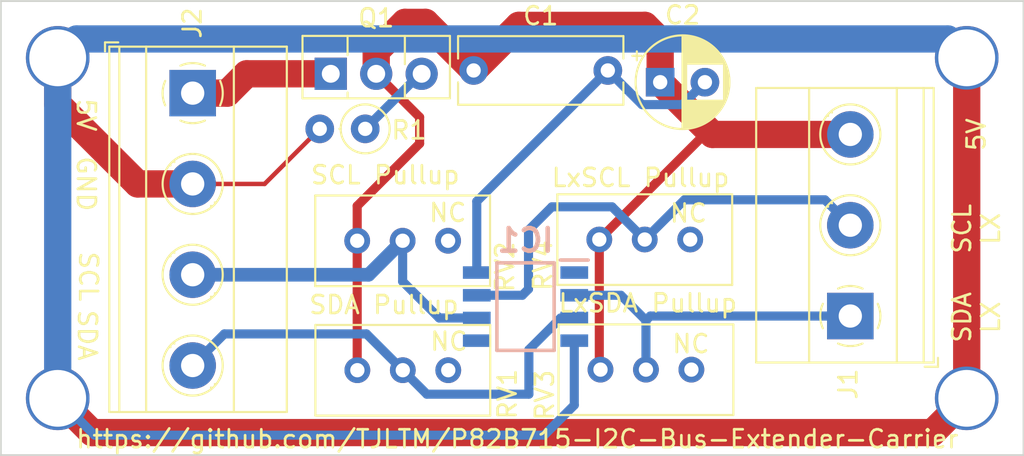
<source format=kicad_pcb>
(kicad_pcb (version 20211014) (generator pcbnew)
  (layers (0 "F.Cu" signal) (31 "B.Cu" signal) (34 "B.Paste" user) (35 "F.Paste" user) (36 "B.SilkS" user "B.Silkscreen") (37 "F.SilkS" user "F.Silkscreen") (38 "B.Mask" user) (39 "F.Mask" user) (44 "Edge.Cuts" user))
  (net 0 "")
  (net 1 "+5V")
  (net 2 "Net-(C1-Pad2)")
  (net 4 "BufferedSDA")
  (net 5 "SDA")
  (net 6 "GND")
  (net 8 "SCL")
  (net 9 "BufferedSCL")
  (net 10 "Net-(J2-Pad1)")
  (net 11 "Net-(Q1-Pad3)")
  (footprint "Resistor_THT:R_Axial_DIN0207_L6.3mm_D2.5mm_P2.54mm_Vertical" (layer "F.Cu") (at 121.959428 83.348321 180)
    (fp_text reference "R1" (at -2.451714 -0.074977) (layer "F.SilkS"))
    (fp_text value "4.7K")
    (fp_line (start 1.37 0) (end 1.44 0) (layer "F.SilkS") (width 0.12))
    (fp_circle (center 0 0) (end 1.37 0) (layer "F.SilkS") (width 0.12) (fill none))
    (pad "1" thru_hole circle locked (at 0 0 180) (size 1.6 1.6) (drill 0.8) (layers *.Cu *.Mask) (net 11 "Net-(Q1-Pad3)"))
    (pad "2" thru_hole oval locked (at 2.54 0 180) (size 1.6 1.6) (drill 0.8) (layers *.Cu *.Mask) (net 6 "GND"))
  )
  (footprint "TerminalBlock_Phoenix:TerminalBlock_Phoenix_MKDS-1,5-3-5.08_1x03_P5.08mm_Horizontal" (layer "F.Cu") (at 149.069653 93.82041 90)
    (fp_text reference "J1" (at -3.804834 -0.124002 90) (layer "F.SilkS"))
    (fp_text value "Screw_Terminal_01x03")
    (fp_line (start 9.126 1.239) (end 9.091 1.274) (layer "F.SilkS") (width 0.12))
    (fp_line (start -2.84 4.16) (end -2.84 4.9) (layer "F.SilkS") (width 0.12))
    (fp_line (start 12.76 -5.261) (end 12.76 4.66) (layer "F.SilkS") (width 0.12))
    (fp_line (start -2.6 -5.261) (end 12.76 -5.261) (layer "F.SilkS") (width 0.12))
    (fp_line (start -2.6 4.1) (end 12.76 4.1) (layer "F.SilkS") (width 0.12))
    (fp_line (start 6.15 -1.275) (end 6.115 -1.239) (layer "F.SilkS") (width 0.12))
    (fp_line (start 8.933 1.023) (end 8.886 1.069) (layer "F.SilkS") (width 0.12))
    (fp_line (start -2.6 -2.301) (end 12.76 -2.301) (layer "F.SilkS") (width 0.12))
    (fp_line (start 4.046 1.239) (end 4.011 1.274) (layer "F.SilkS") (width 0.12))
    (fp_line (start -2.6 4.66) (end 12.76 4.66) (layer "F.SilkS") (width 0.12))
    (fp_line (start -2.6 -5.261) (end -2.6 4.66) (layer "F.SilkS") (width 0.12))
    (fp_line (start 11.435 -1.069) (end 11.388 -1.023) (layer "F.SilkS") (width 0.12))
    (fp_line (start 6.355 -1.069) (end 6.308 -1.023) (layer "F.SilkS") (width 0.12))
    (fp_line (start -2.6 2.6) (end 12.76 2.6) (layer "F.SilkS") (width 0.12))
    (fp_line (start 11.23 -1.275) (end 11.195 -1.239) (layer "F.SilkS") (width 0.12))
    (fp_line (start -2.84 4.9) (end -2.34 4.9) (layer "F.SilkS") (width 0.12))
    (fp_line (start 3.853 1.023) (end 3.806 1.069) (layer "F.SilkS") (width 0.12))
    (fp_arc (start 1.535427 -0.683042) (mid 1.680501 0.000524) (end 1.535 0.684) (layer "F.SilkS") (width 0.12))
    (fp_arc (start -1.535427 0.683042) (mid -1.680501 -0.000524) (end -1.535 -0.684) (layer "F.SilkS") (width 0.12))
    (fp_arc (start 0.683318 1.534756) (mid 0.349292 1.643288) (end 0 1.68) (layer "F.SilkS") (width 0.12))
    (fp_arc (start 0.028805 1.680253) (mid -0.335551 1.646659) (end -0.684 1.535) (layer "F.SilkS") (width 0.12))
    (fp_arc (start -0.683042 -1.535427) (mid 0.000524 -1.680501) (end 0.684 -1.535) (layer "F.SilkS") (width 0.12))
    (fp_circle (center 5.08 0) (end 6.76 0) (layer "F.SilkS") (width 0.12) (fill none))
    (fp_circle (center 10.16 0) (end 11.84 0) (layer "F.SilkS") (width 0.12) (fill none))
    (pad "1" thru_hole rect locked (at 0 0 90) (size 2.6 2.6) (drill 1.3) (layers *.Cu *.Mask) (net 4 "BufferedSDA"))
    (pad "2" thru_hole circle locked (at 5.08 0 90) (size 2.6 2.6) (drill 1.3) (layers *.Cu *.Mask) (net 9 "BufferedSCL"))
    (pad "3" thru_hole circle locked (at 10.16 0 90) (size 2.6 2.6) (drill 1.3) (layers *.Cu *.Mask) (net 1 "+5V"))
  )
  (footprint "Capacitor_THT:CP_Radial_D5.0mm_P2.50mm" (layer "F.Cu") (at 138.443938 80.737758)
    (fp_text reference "C2" (at 1.25 -3.75) (layer "F.SilkS"))
    (fp_text value "2.2uF")
    (fp_line (start 1.29 -2.58) (end 1.29 2.58) (layer "F.SilkS") (width 0.12))
    (fp_line (start 1.25 -2.58) (end 1.25 2.58) (layer "F.SilkS") (width 0.12))
    (fp_line (start 2.211 -2.398) (end 2.211 -1.04) (layer "F.SilkS") (width 0.12))
    (fp_line (start 3.411 -1.443) (end 3.411 -1.04) (layer "F.SilkS") (width 0.12))
    (fp_line (start 2.891 1.04) (end 2.891 2.004) (layer "F.SilkS") (width 0.12))
    (fp_line (start 2.211 1.04) (end 2.211 2.398) (layer "F.SilkS") (width 0.12))
    (fp_line (start 1.65 -2.55) (end 1.65 -1.04) (layer "F.SilkS") (width 0.12))
    (fp_line (start 1.93 1.04) (end 1.93 2.491) (layer "F.SilkS") (width 0.12))
    (fp_line (start 2.451 -2.29) (end 2.451 -1.04) (layer "F.SilkS") (width 0.12))
    (fp_line (start 2.171 -2.414) (end 2.171 -1.04) (layer "F.SilkS") (width 0.12))
    (fp_line (start 3.171 1.04) (end 3.171 1.743) (layer "F.SilkS") (width 0.12))
    (fp_line (start 2.371 -2.329) (end 2.371 -1.04) (layer "F.SilkS") (width 0.12))
    (fp_line (start 1.33 -2.579) (end 1.33 2.579) (layer "F.SilkS") (width 0.12))
    (fp_line (start 3.811 -0.518) (end 3.811 0.518) (layer "F.SilkS") (width 0.12))
    (fp_line (start 2.091 1.04) (end 2.091 2.442) (layer "F.SilkS") (width 0.12))
    (fp_line (start 2.491 -2.268) (end 2.491 -1.04) (layer "F.SilkS") (width 0.12))
    (fp_line (start 3.331 1.04) (end 3.331 1.554) (layer "F.SilkS") (width 0.12))
    (fp_line (start 3.731 -0.805) (end 3.731 0.805) (layer "F.SilkS") (width 0.12))
    (fp_line (start 3.051 -1.864) (end 3.051 -1.04) (layer "F.SilkS") (width 0.12))
    (fp_line (start 3.531 -1.251) (end 3.531 -1.04) (layer "F.SilkS") (width 0.12))
    (fp_line (start 2.691 -2.149) (end 2.691 -1.04) (layer "F.SilkS") (width 0.12))
    (fp_line (start 3.371 1.04) (end 3.371 1.5) (layer "F.SilkS") (width 0.12))
    (fp_line (start 2.531 1.04) (end 2.531 2.247) (layer "F.SilkS") (width 0.12))
    (fp_line (start 3.011 1.04) (end 3.011 1.901) (layer "F.SilkS") (width 0.12))
    (fp_line (start 1.77 -2.528) (end 1.77 -1.04) (layer "F.SilkS") (width 0.12))
    (fp_line (start 3.651 -1.011) (end 3.651 1.011) (layer "F.SilkS") (width 0.12))
    (fp_line (start 2.851 1.04) (end 2.851 2.035) (layer "F.SilkS") (width 0.12))
    (fp_line (start 3.611 -1.098) (end 3.611 1.098) (layer "F.SilkS") (width 0.12))
    (fp_line (start 2.251 1.04) (end 2.251 2.382) (layer "F.SilkS") (width 0.12))
    (fp_line (start 2.131 -2.428) (end 2.131 -1.04) (layer "F.SilkS") (width 0.12))
    (fp_line (start 1.57 -2.561) (end 1.57 -1.04) (layer "F.SilkS") (width 0.12))
    (fp_line (start 1.61 -2.556) (end 1.61 -1.04) (layer "F.SilkS") (width 0.12))
    (fp_line (start 1.41 -2.576) (end 1.41 2.576) (layer "F.SilkS") (width 0.12))
    (fp_line (start 3.291 -1.605) (end 3.291 -1.04) (layer "F.SilkS") (width 0.12))
    (fp_line (start 2.691 1.04) (end 2.691 2.149) (layer "F.SilkS") (width 0.12))
    (fp_line (start 1.53 1.04) (end 1.53 2.565) (layer "F.SilkS") (width 0.12))
    (fp_line (start 1.89 1.04) (end 1.89 2.501) (layer "F.SilkS") (width 0.12))
    (fp_line (start 2.651 1.04) (end 2.651 2.175) (layer "F.SilkS") (width 0.12))
    (fp_line (start 2.411 1.04) (end 2.411 2.31) (layer "F.SilkS") (width 0.12))
    (fp_line (start 3.451 1.04) (end 3.451 1.383) (layer "F.SilkS") (width 0.12))
    (fp_line (start 3.491 1.04) (end 3.491 1.319) (layer "F.SilkS") (width 0.12))
    (fp_line (start 3.211 -1.699) (end 3.211 -1.04) (layer "F.SilkS") (width 0.12))
    (fp_line (start 2.611 -2.2) (end 2.611 -1.04) (layer "F.SilkS") (width 0.12))
    (fp_line (start 1.45 -2.573) (end 1.45 2.573) (layer "F.SilkS") (width 0.12))
    (fp_line (start 1.971 1.04) (end 1.971 2.48) (layer "F.SilkS") (width 0.12))
    (fp_line (start 3.251 1.04) (end 3.251 1.653) (layer "F.SilkS") (width 0.12))
    (fp_line (start 2.811 -2.065) (end 2.811 -1.04) (layer "F.SilkS") (width 0.12))
    (fp_line (start -1.304775 -1.725) (end -1.304775 -1.225) (layer "F.SilkS") (width 0.12))
    (fp_line (start 3.291 1.04) (end 3.291 1.605) (layer "F.SilkS") (width 0.12))
    (fp_line (start 2.331 -2.348) (end 2.331 -1.04) (layer "F.SilkS") (width 0.12))
    (fp_line (start 2.371 1.04) (end 2.371 2.329) (layer "F.SilkS") (width 0.12))
    (fp_line (start 3.851 -0.284) (end 3.851 0.284) (layer "F.SilkS") (width 0.12))
    (fp_line (start 2.731 -2.122) (end 2.731 -1.04) (layer "F.SilkS") (width 0.12))
    (fp_line (start 2.491 1.04) (end 2.491 2.268) (layer "F.SilkS") (width 0.12))
    (fp_line (start 3.131 1.04) (end 3.131 1.785) (layer "F.SilkS") (width 0.12))
    (fp_line (start 2.731 1.04) (end 2.731 2.122) (layer "F.SilkS") (width 0.12))
    (fp_line (start 1.85 -2.511) (end 1.85 -1.04) (layer "F.SilkS") (width 0.12))
    (fp_line (start 1.77 1.04) (end 1.77 2.528) (layer "F.SilkS") (width 0.12))
    (fp_line (start 1.53 -2.565) (end 1.53 -1.04) (layer "F.SilkS") (width 0.12))
    (fp_line (start 2.651 -2.175) (end 2.651 -1.04) (layer "F.SilkS") (width 0.12))
    (fp_line (start 2.771 -2.095) (end 2.771 -1.04) (layer "F.SilkS") (width 0.12))
    (fp_line (start 3.691 -0.915) (end 3.691 0.915) (layer "F.SilkS") (width 0.12))
    (fp_line (start 2.011 -2.468) (end 2.011 -1.04) (layer "F.SilkS") (width 0.12))
    (fp_line (start 2.531 -2.247) (end 2.531 -1.04) (layer "F.SilkS") (width 0.12))
    (fp_line (start 1.73 -2.536) (end 1.73 -1.04) (layer "F.SilkS") (width 0.12))
    (fp_line (start 2.331 1.04) (end 2.331 2.348) (layer "F.SilkS") (width 0.12))
    (fp_line (start 1.65 1.04) (end 1.65 2.55) (layer "F.SilkS") (width 0.12))
    (fp_line (start 2.411 -2.31) (end 2.411 -1.04) (layer "F.SilkS") (width 0.12))
    (fp_line (start 3.211 1.04) (end 3.211 1.699) (layer "F.SilkS") (width 0.12))
    (fp_line (start 1.89 -2.501) (end 1.89 -1.04) (layer "F.SilkS") (width 0.12))
    (fp_line (start 2.571 -2.224) (end 2.571 -1.04) (layer "F.SilkS") (width 0.12))
    (fp_line (start 1.73 1.04) (end 1.73 2.536) (layer "F.SilkS") (width 0.12))
    (fp_line (start 2.891 -2.004) (end 2.891 -1.04) (layer "F.SilkS") (width 0.12))
    (fp_line (start 1.49 1.04) (end 1.49 2.569) (layer "F.SilkS") (width 0.12))
    (fp_line (start 2.091 -2.442) (end 2.091 -1.04) (layer "F.SilkS") (width 0.12))
    (fp_line (start 1.69 -2.543) (end 1.69 -1.04) (layer "F.SilkS") (width 0.12))
    (fp_line (start 2.171 1.04) (end 2.171 2.414) (layer "F.SilkS") (width 0.12))
    (fp_line (start 1.57 1.04) (end 1.57 2.561) (layer "F.SilkS") (width 0.12))
    (fp_line (start 2.811 1.04) (end 2.811 2.065) (layer "F.SilkS") (width 0.12))
    (fp_line (start 1.37 -2.578) (end 1.37 2.578) (layer "F.SilkS") (width 0.12))
    (fp_line (start 3.451 -1.383) (end 3.451 -1.04) (layer "F.SilkS") (width 0.12))
    (fp_line (start 2.931 -1.971) (end 2.931 -1.04) (layer "F.SilkS") (width 0.12))
    (fp_line (start 3.531 1.04) (end 3.531 1.251) (layer "F.SilkS") (width 0.12))
    (fp_line (start 2.051 1.04) (end 2.051 2.455) (layer "F.SilkS") (width 0.12))
    (fp_line (start 3.251 -1.653) (end 3.251 -1.04) (layer "F.SilkS") (width 0.12))
    (fp_line (start 2.131 1.04) (end 2.131 2.428) (layer "F.SilkS") (width 0.12))
    (fp_line (start 2.611 1.04) (end 2.611 2.2) (layer "F.SilkS") (width 0.12))
    (fp_line (start 1.69 1.04) (end 1.69 2.543) (layer "F.SilkS") (width 0.12))
    (fp_line (start 3.411 1.04) (end 3.411 1.443) (layer "F.SilkS") (width 0.12))
    (fp_line (start 3.371 -1.5) (end 3.371 -1.04) (layer "F.SilkS") (width 0.12))
    (fp_line (start 3.091 -1.826) (end 3.091 -1.04) (layer "F.SilkS") (width 0.12))
    (fp_line (start 1.61 1.04) (end 1.61 2.556) (layer "F.SilkS") (width 0.12))
    (fp_line (start 2.851 -2.035) (end 2.851 -1.04) (layer "F.SilkS") (width 0.12))
    (fp_line (start 2.011 1.04) (end 2.011 2.468) (layer "F.SilkS") (width 0.12))
    (fp_line (start 1.971 -2.48) (end 1.971 -1.04) (layer "F.SilkS") (width 0.12))
    (fp_line (start 2.971 1.04) (end 2.971 1.937) (layer "F.SilkS") (width 0.12))
    (fp_line (start 2.251 -2.382) (end 2.251 -1.04) (layer "F.SilkS") (width 0.12))
    (fp_line (start 3.091 1.04) (end 3.091 1.826) (layer "F.SilkS") (width 0.12))
    (fp_line (start 2.571 1.04) (end 2.571 2.224) (layer "F.SilkS") (width 0.12))
    (fp_line (start 2.771 1.04) (end 2.771 2.095) (layer "F.SilkS") (width 0.12))
    (fp_line (start 2.291 -2.365) (end 2.291 -1.04) (layer "F.SilkS") (width 0.12))
    (fp_line (start 2.291 1.04) (end 2.291 2.365) (layer "F.SilkS") (width 0.12))
    (fp_line (start 3.491 -1.319) (end 3.491 -1.04) (layer "F.SilkS") (width 0.12))
    (fp_line (start 3.171 -1.743) (end 3.171 -1.04) (layer "F.SilkS") (width 0.12))
    (fp_line (start 1.49 -2.569) (end 1.49 -1.04) (layer "F.SilkS") (width 0.12))
    (fp_line (start 1.93 -2.491) (end 1.93 -1.04) (layer "F.SilkS") (width 0.12))
    (fp_line (start 2.931 1.04) (end 2.931 1.971) (layer "F.SilkS") (width 0.12))
    (fp_line (start 3.011 -1.901) (end 3.011 -1.04) (layer "F.SilkS") (width 0.12))
    (fp_line (start 3.331 -1.554) (end 3.331 -1.04) (layer "F.SilkS") (width 0.12))
    (fp_line (start -1.554775 -1.475) (end -1.054775 -1.475) (layer "F.SilkS") (width 0.12))
    (fp_line (start 1.81 -2.52) (end 1.81 -1.04) (layer "F.SilkS") (width 0.12))
    (fp_line (start 3.571 -1.178) (end 3.571 1.178) (layer "F.SilkS") (width 0.12))
    (fp_line (start 2.971 -1.937) (end 2.971 -1.04) (layer "F.SilkS") (width 0.12))
    (fp_line (start 3.771 -0.677) (end 3.771 0.677) (layer "F.SilkS") (width 0.12))
    (fp_line (start 2.451 1.04) (end 2.451 2.29) (layer "F.SilkS") (width 0.12))
    (fp_line (start 3.051 1.04) (end 3.051 1.864) (layer "F.SilkS") (width 0.12))
    (fp_line (start 1.85 1.04) (end 1.85 2.511) (layer "F.SilkS") (width 0.12))
    (fp_line (start 3.131 -1.785) (end 3.131 -1.04) (layer "F.SilkS") (width 0.12))
    (fp_line (start 2.051 -2.455) (end 2.051 -1.04) (layer "F.SilkS") (width 0.12))
    (fp_line (start 1.81 1.04) (end 1.81 2.52) (layer "F.SilkS") (width 0.12))
    (fp_circle (center 1.25 0) (end 3.87 0) (layer "F.SilkS") (width 0.12) (fill none))
    (pad "1" thru_hole rect locked (at 0 0) (size 1.6 1.6) (drill 0.8) (layers *.Cu *.Mask) (net 1 "+5V"))
    (pad "2" thru_hole circle locked (at 2.5 0) (size 1.6 1.6) (drill 0.8) (layers *.Cu *.Mask) (net 2 "Net-(C1-Pad2)"))
  )
  (footprint "Package_TO_SOT_THT:TO-126-3_Vertical" (layer "F.Cu") (at 120.034884 80.268431)
    (fp_text reference "Q1" (at 2.54 -3.12) (layer "F.SilkS"))
    (fp_text value "BD140")
    (fp_line (start -1.58 1.37) (end 6.66 1.37) (layer "F.SilkS") (width 0.12))
    (fp_line (start -1.58 -2.12) (end -1.58 1.37) (layer "F.SilkS") (width 0.12))
    (fp_line (start 4.141 -2.12) (end 4.141 -0.54) (layer "F.SilkS") (width 0.12))
    (fp_line (start 0.94 1.05) (end 0.94 1.37) (layer "F.SilkS") (width 0.12))
    (fp_line (start 0.94 -2.12) (end 0.94 -1.05) (layer "F.SilkS") (width 0.12))
    (fp_line (start -1.58 -2.12) (end 6.66 -2.12) (layer "F.SilkS") (width 0.12))
    (fp_line (start 6.66 -2.12) (end 6.66 1.37) (layer "F.SilkS") (width 0.12))
    (fp_line (start 4.141 0.54) (end 4.141 1.37) (layer "F.SilkS") (width 0.12))
    (pad "1" thru_hole rect locked (at 0 0) (size 1.8 1.8) (drill 1) (layers *.Cu *.Mask) (net 10 "Net-(J2-Pad1)"))
    (pad "2" thru_hole oval locked (at 2.54 0) (size 1.8 1.8) (drill 1) (layers *.Cu *.Mask) (net 1 "+5V"))
    (pad "3" thru_hole oval locked (at 5.08 0) (size 1.8 1.8) (drill 1) (layers *.Cu *.Mask) (net 11 "Net-(Q1-Pad3)"))
  )
  (footprint "TerminalBlock_Phoenix:TerminalBlock_Phoenix_MKDS-1,5-4-5.08_1x04_P5.08mm_Horizontal" (layer "F.Cu") (at 112.317771 81.349945 -90)
    (fp_text reference "J2" (at -3.919134 0.023349 90) (layer "F.SilkS"))
    (fp_text value "Screw_Terminal_01x04")
    (fp_line (start 3.853 1.023) (end 3.806 1.069) (layer "F.SilkS") (width 0.12))
    (fp_line (start -2.6 4.1) (end 17.84 4.1) (layer "F.SilkS") (width 0.12))
    (fp_line (start 4.046 1.239) (end 4.011 1.274) (layer "F.SilkS") (width 0.12))
    (fp_line (start 17.84 -5.261) (end 17.84 4.66) (layer "F.SilkS") (width 0.12))
    (fp_line (start -2.6 -2.301) (end 17.84 -2.301) (layer "F.SilkS") (width 0.12))
    (fp_line (start -2.6 -5.261) (end 17.84 -5.261) (layer "F.SilkS") (width 0.12))
    (fp_line (start 6.15 -1.275) (end 6.115 -1.239) (layer "F.SilkS") (width 0.12))
    (fp_line (start -2.6 -5.261) (end -2.6 4.66) (layer "F.SilkS") (width 0.12))
    (fp_line (start 8.933 1.023) (end 8.886 1.069) (layer "F.SilkS") (width 0.12))
    (fp_line (start 14.013 1.023) (end 13.966 1.069) (layer "F.SilkS") (width 0.12))
    (fp_line (start 14.206 1.239) (end 14.171 1.274) (layer "F.SilkS") (width 0.12))
    (fp_line (start 11.23 -1.275) (end 11.195 -1.239) (layer "F.SilkS") (width 0.12))
    (fp_line (start 6.355 -1.069) (end 6.308 -1.023) (layer "F.SilkS") (width 0.12))
    (fp_line (start 16.31 -1.275) (end 16.275 -1.239) (layer "F.SilkS") (width 0.12))
    (fp_line (start -2.6 4.66) (end 17.84 4.66) (layer "F.SilkS") (width 0.12))
    (fp_line (start -2.6 2.6) (end 17.84 2.6) (layer "F.SilkS") (width 0.12))
    (fp_line (start -2.84 4.9) (end -2.34 4.9) (layer "F.SilkS") (width 0.12))
    (fp_line (start 16.515 -1.069) (end 16.468 -1.023) (layer "F.SilkS") (width 0.12))
    (fp_line (start -2.84 4.16) (end -2.84 4.9) (layer "F.SilkS") (width 0.12))
    (fp_line (start 9.126 1.239) (end 9.091 1.274) (layer "F.SilkS") (width 0.12))
    (fp_line (start 11.435 -1.069) (end 11.388 -1.023) (layer "F.SilkS") (width 0.12))
    (fp_arc (start -1.535427 0.683042) (mid -1.680501 -0.000524) (end -1.535 -0.684) (layer "F.SilkS") (width 0.12))
    (fp_arc (start 1.535427 -0.683042) (mid 1.680501 0.000524) (end 1.535 0.684) (layer "F.SilkS") (width 0.12))
    (fp_arc (start 0.683318 1.534756) (mid 0.349292 1.643288) (end 0 1.68) (layer "F.SilkS") (width 0.12))
    (fp_arc (start 0.028805 1.680253) (mid -0.335551 1.646659) (end -0.684 1.535) (layer "F.SilkS") (width 0.12))
    (fp_arc (start -0.683042 -1.535427) (mid 0.000524 -1.680501) (end 0.684 -1.535) (layer "F.SilkS") (width 0.12))
    (fp_circle (center 15.24 0) (end 16.92 0) (layer "F.SilkS") (width 0.12) (fill none))
    (fp_circle (center 10.16 0) (end 11.84 0) (layer "F.SilkS") (width 0.12) (fill none))
    (fp_circle (center 5.08 0) (end 6.76 0) (layer "F.SilkS") (width 0.12) (fill none))
    (pad "1" thru_hole rect locked (at 0 0 270) (size 2.6 2.6) (drill 1.3) (layers *.Cu *.Mask) (net 10 "Net-(J2-Pad1)"))
    (pad "2" thru_hole circle locked (at 5.08 0 270) (size 2.6 2.6) (drill 1.3) (layers *.Cu *.Mask) (net 6 "GND"))
    (pad "3" thru_hole circle locked (at 10.16 0 270) (size 2.6 2.6) (drill 1.3) (layers *.Cu *.Mask) (net 8 "SCL"))
    (pad "4" thru_hole circle locked (at 15.24 0 270) (size 2.6 2.6) (drill 1.3) (layers *.Cu *.Mask) (net 5 "SDA"))
  )
  (footprint "Potentiometer_THT:Potentiometer_Bourns_3296W_Vertical" (layer "F.Cu") (at 140.188756 96.818596)
    (fp_text reference "RV3" (at -8.199888 1.429824 90) (layer "F.SilkS"))
    (fp_text value "50k")
    (fp_line (start 2.345 -2.53) (end 2.345 2.54) (layer "F.SilkS") (width 0.12))
    (fp_line (start -7.425 -2.53) (end 2.345 -2.53) (layer "F.SilkS") (width 0.12))
    (fp_line (start -7.425 -2.53) (end -7.425 2.54) (layer "F.SilkS") (width 0.12))
    (fp_line (start -7.425 2.54) (end 2.345 2.54) (layer "F.SilkS") (width 0.12))
    (pad "1" thru_hole circle locked (at 0 0) (size 1.44 1.44) (drill 0.8) (layers *.Cu *.Mask))
    (pad "2" thru_hole circle locked (at -2.54 0) (size 1.44 1.44) (drill 0.8) (layers *.Cu *.Mask) (net 4 "BufferedSDA"))
    (pad "3" thru_hole circle locked (at -5.08 0) (size 1.44 1.44) (drill 0.8) (layers *.Cu *.Mask) (net 1 "+5V"))
  )
  (footprint "Potentiometer_THT:Potentiometer_Bourns_3296W_Vertical" (layer "F.Cu") (at 126.591727 89.608435)
    (fp_text reference "RV2" (at 3.173399 1.465587 90) (layer "F.SilkS"))
    (fp_text value "50k")
    (fp_line (start 2.345 -2.53) (end 2.345 2.54) (layer "F.SilkS") (width 0.12))
    (fp_line (start -7.425 -2.53) (end 2.345 -2.53) (layer "F.SilkS") (width 0.12))
    (fp_line (start -7.425 -2.53) (end -7.425 2.54) (layer "F.SilkS") (width 0.12))
    (fp_line (start -7.425 2.54) (end 2.345 2.54) (layer "F.SilkS") (width 0.12))
    (pad "1" thru_hole circle locked (at 0 0) (size 1.44 1.44) (drill 0.8) (layers *.Cu *.Mask))
    (pad "2" thru_hole circle locked (at -2.54 0) (size 1.44 1.44) (drill 0.8) (layers *.Cu *.Mask) (net 8 "SCL"))
    (pad "3" thru_hole circle locked (at -5.08 0) (size 1.44 1.44) (drill 0.8) (layers *.Cu *.Mask) (net 1 "+5V"))
  )
  (footprint "Capacitor_THT:C_Rect_L9.0mm_W3.6mm_P7.50mm_MKT" (layer "F.Cu") (at 128.018666 80.081059)
    (fp_text reference "C1" (at 3.75 -3.05) (layer "F.SilkS"))
    (fp_text value "0.1uF")
    (fp_line (start -0.87 1.92) (end 8.37 1.92) (layer "F.SilkS") (width 0.12))
    (fp_line (start -0.87 0.665) (end -0.87 1.92) (layer "F.SilkS") (width 0.12))
    (fp_line (start -0.87 -1.92) (end -0.87 -0.665) (layer "F.SilkS") (width 0.12))
    (fp_line (start 8.37 -1.92) (end 8.37 -0.665) (layer "F.SilkS") (width 0.12))
    (fp_line (start 8.37 0.665) (end 8.37 1.92) (layer "F.SilkS") (width 0.12))
    (fp_line (start -0.87 -1.92) (end 8.37 -1.92) (layer "F.SilkS") (width 0.12))
    (pad "1" thru_hole circle locked (at 0 0) (size 1.6 1.6) (drill 0.8) (layers *.Cu *.Mask) (net 1 "+5V"))
    (pad "2" thru_hole circle locked (at 7.5 0) (size 1.6 1.6) (drill 0.8) (layers *.Cu *.Mask) (net 2 "Net-(C1-Pad2)"))
  )
  (footprint "Potentiometer_THT:Potentiometer_Bourns_3296W_Vertical" (layer "F.Cu") (at 126.601072 96.850329)
    (fp_text reference "RV1" (at 3.303038 1.335548 90) (layer "F.SilkS"))
    (fp_text value "50k")
    (fp_line (start -7.425 -2.53) (end -7.425 2.54) (layer "F.SilkS") (width 0.12))
    (fp_line (start 2.345 -2.53) (end 2.345 2.54) (layer "F.SilkS") (width 0.12))
    (fp_line (start -7.425 -2.53) (end 2.345 -2.53) (layer "F.SilkS") (width 0.12))
    (fp_line (start -7.425 2.54) (end 2.345 2.54) (layer "F.SilkS") (width 0.12))
    (pad "1" thru_hole circle locked (at 0 0) (size 1.44 1.44) (drill 0.8) (layers *.Cu *.Mask))
    (pad "2" thru_hole circle locked (at -2.54 0) (size 1.44 1.44) (drill 0.8) (layers *.Cu *.Mask) (net 5 "SDA"))
    (pad "3" thru_hole circle locked (at -5.08 0) (size 1.44 1.44) (drill 0.8) (layers *.Cu *.Mask) (net 1 "+5V"))
  )
  (footprint "Potentiometer_THT:Potentiometer_Bourns_3296W_Vertical" (layer "F.Cu") (at 140.121931 89.539156)
    (fp_text reference "RV4" (at -8.237301 1.454307 90) (layer "F.SilkS"))
    (fp_text value "50k")
    (fp_line (start -7.425 -2.53) (end 2.345 -2.53) (layer "F.SilkS") (width 0.12))
    (fp_line (start -7.425 -2.53) (end -7.425 2.54) (layer "F.SilkS") (width 0.12))
    (fp_line (start -7.425 2.54) (end 2.345 2.54) (layer "F.SilkS") (width 0.12))
    (fp_line (start 2.345 -2.53) (end 2.345 2.54) (layer "F.SilkS") (width 0.12))
    (pad "1" thru_hole circle locked (at 0 0) (size 1.44 1.44) (drill 0.8) (layers *.Cu *.Mask))
    (pad "2" thru_hole circle locked (at -2.54 0) (size 1.44 1.44) (drill 0.8) (layers *.Cu *.Mask) (net 9 "BufferedSCL"))
    (pad "3" thru_hole circle locked (at -5.08 0) (size 1.44 1.44) (drill 0.8) (layers *.Cu *.Mask) (net 1 "+5V"))
  )
  (footprint "SamacSys_Parts:SOIC127P600X175-8N" (layer "B.Cu") (at 130.919127 93.293211 180)
    (fp_text reference "IC1" (at 0.000885 3.702307) (layer "B.SilkS") (effects (font (size 1.27 1.27) (thickness 0.254)) (justify mirror)))
    (fp_text value "P82B715TD,112" hide)
    (fp_line (start 1.6 -2.45) (end -1.6 -2.45) (layer "B.SilkS") (width 0.2))
    (fp_line (start -1.6 -2.45) (end -1.6 2.45) (layer "B.SilkS") (width 0.2))
    (fp_line (start -1.6 2.45) (end 1.6 2.45) (layer "B.SilkS") (width 0.2))
    (fp_line (start 1.6 2.45) (end 1.6 -2.45) (layer "B.SilkS") (width 0.2))
    (fp_line (start -3.5 2.605) (end -1.95 2.605) (layer "B.SilkS") (width 0.2))
    (pad "1" smd rect locked (at -2.725 1.905 90) (size 0.7 1.55) (layers "B.Cu" "B.Paste" "B.Mask"))
    (pad "2" smd rect locked (at -2.725 0.635 90) (size 0.7 1.55) (layers "B.Cu" "B.Paste" "B.Mask") (net 4 "BufferedSDA"))
    (pad "3" smd rect locked (at -2.725 -0.635 90) (size 0.7 1.55) (layers "B.Cu" "B.Paste" "B.Mask") (net 5 "SDA"))
    (pad "4" smd rect locked (at -2.725 -1.905 90) (size 0.7 1.55) (layers "B.Cu" "B.Paste" "B.Mask") (net 6 "GND"))
    (pad "5" smd rect locked (at 2.725 -1.905 90) (size 0.7 1.55) (layers "B.Cu" "B.Paste" "B.Mask"))
    (pad "6" smd rect locked (at 2.725 -0.635 90) (size 0.7 1.55) (layers "B.Cu" "B.Paste" "B.Mask") (net 8 "SCL"))
    (pad "7" smd rect locked (at 2.725 0.635 90) (size 0.7 1.55) (layers "B.Cu" "B.Paste" "B.Mask") (net 9 "BufferedSCL"))
    (pad "8" smd rect locked (at 2.725 1.905 90) (size 0.7 1.55) (layers "B.Cu" "B.Paste" "B.Mask") (net 2 "Net-(C1-Pad2)"))
  )
  (gr_line (start 101.6 76.2) (end 101.6 101.6) (layer "Edge.Cuts") (width 0.1))
  (gr_line (start 158.75 76.2) (end 101.6 76.2) (layer "Edge.Cuts") (width 0.1))
  (gr_line (start 101.6 101.6) (end 158.75 101.6) (layer "Edge.Cuts") (width 0.1))
  (gr_line (start 158.75 101.6) (end 158.75 76.2) (layer "Edge.Cuts") (width 0.1))
  (gr_text "SDA" (at 106.426019 94.896224 -90) (layer "F.SilkS") (effects (font (size 1 1))))
  (gr_text "NC" (at 126.631166 95.242821) (layer "F.SilkS") (effects (font (size 1 1))))
  (gr_text "LxSDA Pullup" (at 137.754522 93.09792) (layer "F.SilkS") (effects (font (size 1 1))))
  (gr_text "SCL Pullup" (at 123.079422 85.931133) (layer "F.SilkS") (effects (font (size 1 1))))
  (gr_text "https://github.com/TJLTM/P82B715-I2C-Bus-Extender-Carrier" (at 130.461783 100.700616) (layer "F.SilkS") (effects (font (size 1 1))))
  (gr_text "NC" (at 140.160669 95.379057) (layer "F.SilkS") (effects (font (size 1 1))))
  (gr_text "NC" (at 140.021892 88.068644) (layer "F.SilkS") (effects (font (size 1 1))))
  (gr_text "SCL" (at 106.488562 91.612731 -90) (layer "F.SilkS") (effects (font (size 1 1))))
  (gr_text "5V" (at 156.111055 83.668348 90) (layer "F.SilkS") (effects (font (size 1 1))))
  (gr_text "SCL\nLX" (at 156.111055 88.935836 90) (layer "F.SilkS") (effects (font (size 1 1))))
  (gr_text "NC" (at 126.570647 88.041283) (layer "F.SilkS") (effects (font (size 1 1))))
  (gr_text "GND" (at 106.363476 86.421684 -90) (layer "F.SilkS") (effects (font (size 1 1))))
  (gr_text "5V" (at 106.363476 82.575306 -90) (layer "F.SilkS") (effects (font (size 1 1))))
  (gr_text "SDA\nLX" (at 156.111055 93.890607 90) (layer "F.SilkS") (effects (font (size 1 1))))
  (gr_text "LxSCL Pullup" (at 137.348137 86.080031) (layer "F.SilkS") (effects (font (size 1 1))))
  (gr_text "SDA Pullup" (at 123.005048 93.193261) (layer "F.SilkS") (effects (font (size 1 1))))
  (segment (start 140.920677 83.66041) (end 141.36659 83.66041) (width 0.508) (layer "F.Cu") (net 1))
  (segment (start 128.018666 80.081059) (end 130.541481 77.558244) (width 1.524) (layer "F.Cu") (net 1))
  (segment (start 122.574884 78.995639) (end 124.179058 77.391465) (width 1.524) (layer "F.Cu") (net 1))
  (segment (start 135.041931 96.751771) (end 135.108756 96.818596) (width 0.508) (layer "F.Cu") (net 1))
  (segment (start 125.000079 84.172137) (end 125.000079 82.693626) (width 0.508) (layer "F.Cu") (net 1))
  (segment (start 125.329072 77.391465) (end 128.018666 80.081059) (width 1.524) (layer "F.Cu") (net 1))
  (segment (start 138.443938 78.413758) (end 138.443938 80.737758) (width 1.524) (layer "F.Cu") (net 1))
  (segment (start 130.541481 77.558244) (end 137.588424 77.558244) (width 1.524) (layer "F.Cu") (net 1))
  (segment (start 124.179058 77.391465) (end 125.329072 77.391465) (width 1.524) (layer "F.Cu") (net 1))
  (segment (start 121.511727 96.840984) (end 121.521072 96.850329) (width 0.508) (layer "F.Cu") (net 1))
  (segment (start 121.511727 87.660489) (end 125.000079 84.172137) (width 0.508) (layer "F.Cu") (net 1))
  (segment (start 125.000079 82.693626) (end 122.574884 80.268431) (width 0.508) (layer "F.Cu") (net 1))
  (segment (start 137.588424 77.558244) (end 138.443938 78.413758) (width 1.524) (layer "F.Cu") (net 1))
  (segment (start 135.041931 89.539156) (end 140.920677 83.66041) (width 0.508) (layer "F.Cu") (net 1))
  (segment (start 141.36659 83.66041) (end 149.069653 83.66041) (width 1.524) (layer "F.Cu") (net 1))
  (segment (start 121.511727 89.608435) (end 121.511727 87.660489) (width 0.508) (layer "F.Cu") (net 1))
  (segment (start 135.041931 89.539156) (end 135.041931 96.751771) (width 0.508) (layer "F.Cu") (net 1))
  (segment (start 121.511727 89.608435) (end 121.511727 96.840984) (width 0.508) (layer "F.Cu") (net 1))
  (segment (start 138.443938 80.737758) (end 141.36659 83.66041) (width 1.524) (layer "F.Cu") (net 1))
  (segment (start 122.574884 80.268431) (end 122.574884 78.995639) (width 1.524) (layer "F.Cu") (net 1))
  (segment (start 140.943938 80.737758) (end 139.690427 81.991269) (width 0.508) (layer "B.Cu") (net 2))
  (segment (start 137.428876 81.991269) (end 135.518666 80.081059) (width 0.508) (layer "B.Cu") (net 2))
  (segment (start 128.194127 91.388211) (end 128.194127 87.405598) (width 0.508) (layer "B.Cu") (net 2))
  (segment (start 139.690427 81.991269) (end 137.428876 81.991269) (width 0.508) (layer "B.Cu") (net 2))
  (segment (start 128.194127 87.405598) (end 135.518666 80.081059) (width 0.508) (layer "B.Cu") (net 2))
  (segment (start 149.069653 93.82041) (end 137.890386 93.82041) (width 0.508) (layer "B.Cu") (net 4))
  (segment (start 137.890386 93.82041) (end 137.648756 94.06204) (width 0.508) (layer "B.Cu") (net 4))
  (segment (start 137.648756 94.06204) (end 137.648756 96.818596) (width 0.508) (layer "B.Cu") (net 4))
  (segment (start 136.244927 92.658211) (end 137.648756 94.06204) (width 0.508) (layer "B.Cu") (net 4))
  (segment (start 133.644127 92.658211) (end 136.244927 92.658211) (width 0.508) (layer "B.Cu") (net 4))
  (segment (start 132.882105 93.928211) (end 131.106645 95.703671) (width 0.508) (layer "B.Cu") (net 5))
  (segment (start 124.061072 96.850329) (end 122.031907 94.821164) (width 0.508) (layer "B.Cu") (net 5))
  (segment (start 122.031907 94.821164) (end 114.086552 94.821164) (width 0.508) (layer "B.Cu") (net 5))
  (segment (start 125.403339 98.192596) (end 124.061072 96.850329) (width 0.508) (layer "B.Cu") (net 5))
  (segment (start 114.086552 94.821164) (end 112.317771 96.589945) (width 0.508) (layer "B.Cu") (net 5))
  (segment (start 133.644127 93.928211) (end 132.882105 93.928211) (width 0.508) (layer "B.Cu") (net 5))
  (segment (start 131.106645 95.703671) (end 131.106645 98.192596) (width 0.508) (layer "B.Cu") (net 5))
  (segment (start 131.106645 98.192596) (end 125.403339 98.192596) (width 0.508) (layer "B.Cu") (net 5))
  (segment (start 104.775 81.964063) (end 109.240882 86.429945) (width 1.524) (layer "F.Cu") (net 6))
  (segment (start 112.317771 86.429945) (end 116.337804 86.429945) (width 0.25) (layer "F.Cu") (net 6))
  (segment (start 153.658017 100.341983) (end 106.691983 100.341983) (width 1.524) (layer "F.Cu") (net 6))
  (segment (start 155.575 79.375) (end 155.575 98.425) (width 1.524) (layer "F.Cu") (net 6))
  (segment (start 104.775 79.375) (end 104.775 81.964063) (width 1.524) (layer "F.Cu") (net 6))
  (segment (start 106.691983 100.341983) (end 104.775 98.425) (width 1.524) (layer "F.Cu") (net 6))
  (segment (start 109.240882 86.429945) (end 112.317771 86.429945) (width 1.524) (layer "F.Cu") (net 6))
  (segment (start 116.337804 86.429945) (end 119.419428 83.348321) (width 0.25) (layer "F.Cu") (net 6))
  (segment (start 155.575 98.425) (end 153.658017 100.341983) (width 1.524) (layer "F.Cu") (net 6))
  (via (at 155.575 98.425) (size 3.556) (drill 3.175) (layers "F.Cu" "B.Cu") (net 6))
  (via (at 104.775 79.375) (size 3.556) (drill 3.175) (layers "F.Cu" "B.Cu") (net 6))
  (via (at 104.775 98.425) (size 3.556) (drill 3.175) (layers "F.Cu" "B.Cu") (net 6))
  (via (at 155.575 79.375) (size 3.556) (drill 3.175) (layers "F.Cu" "B.Cu") (net 6))
  (segment (start 104.775 79.375) (end 105.262826 79.375) (width 1.524) (layer "B.Cu") (net 6))
  (segment (start 133.644127 98.803587) (end 131.963128 100.484586) (width 0.508) (layer "B.Cu") (net 6))
  (segment (start 131.963128 100.484586) (end 106.834586 100.484586) (width 0.508) (layer "B.Cu") (net 6))
  (segment (start 155.575 79.375) (end 154.519548 78.319548) (width 1.524) (layer "B.Cu") (net 6))
  (segment (start 106.834586 100.484586) (end 104.775 98.425) (width 0.508) (layer "B.Cu") (net 6))
  (segment (start 133.644127 95.198211) (end 133.644127 98.803587) (width 0.508) (layer "B.Cu") (net 6))
  (segment (start 104.775 79.375) (end 104.775 98.425) (width 1.524) (layer "B.Cu") (net 6))
  (segment (start 105.830452 78.319548) (end 104.775 79.375) (width 1.524) (layer "B.Cu") (net 6))
  (segment (start 154.519548 78.319548) (end 105.830452 78.319548) (width 1.524) (layer "B.Cu") (net 6))
  (segment (start 112.317771 91.509945) (end 122.150217 91.509945) (width 0.762) (layer "B.Cu") (net 8))
  (segment (start 122.150217 91.509945) (end 124.051727 89.608435) (width 0.762) (layer "B.Cu") (net 8))
  (segment (start 124.051727 91.888193) (end 124.051727 89.608435) (width 0.508) (layer "B.Cu") (net 8))
  (segment (start 126.091745 93.928211) (end 124.051727 91.888193) (width 0.508) (layer "B.Cu") (net 8))
  (segment (start 128.194127 93.928211) (end 126.091745 93.928211) (width 0.508) (layer "B.Cu") (net 8))
  (segment (start 130.739424 92.658211) (end 131.085795 92.31184) (width 0.508) (layer "B.Cu") (net 9))
  (segment (start 128.194127 92.658211) (end 130.739424 92.658211) (width 0.508) (layer "B.Cu") (net 9))
  (segment (start 131.085795 89.017923) (end 132.392244 87.711474) (width 0.508) (layer "B.Cu") (net 9))
  (segment (start 147.648131 87.318888) (end 149.069653 88.74041) (width 0.508) (layer "B.Cu") (net 9))
  (segment (start 135.754249 87.711474) (end 137.581931 89.539156) (width 0.508) (layer "B.Cu") (net 9))
  (segment (start 137.581931 89.539156) (end 139.802199 87.318888) (width 0.508) (layer "B.Cu") (net 9))
  (segment (start 132.392244 87.711474) (end 135.754249 87.711474) (width 0.508) (layer "B.Cu") (net 9))
  (segment (start 139.802199 87.318888) (end 147.648131 87.318888) (width 0.508) (layer "B.Cu") (net 9))
  (segment (start 131.085795 92.31184) (end 131.085795 89.017923) (width 0.508) (layer "B.Cu") (net 9))
  (segment (start 115.336362 80.268431) (end 120.034884 80.268431) (width 1.524) (layer "F.Cu") (net 10))
  (segment (start 112.317771 81.349945) (end 114.254848 81.349945) (width 1.524) (layer "F.Cu") (net 10))
  (segment (start 114.254848 81.349945) (end 115.336362 80.268431) (width 1.524) (layer "F.Cu") (net 10))
  (segment (start 125.039318 80.268431) (end 121.959428 83.348321) (width 0.508) (layer "B.Cu") (net 11))
  (segment (start 125.114884 80.268431) (end 125.039318 80.268431) (width 0.508) (layer "B.Cu") (net 11))
)
</source>
